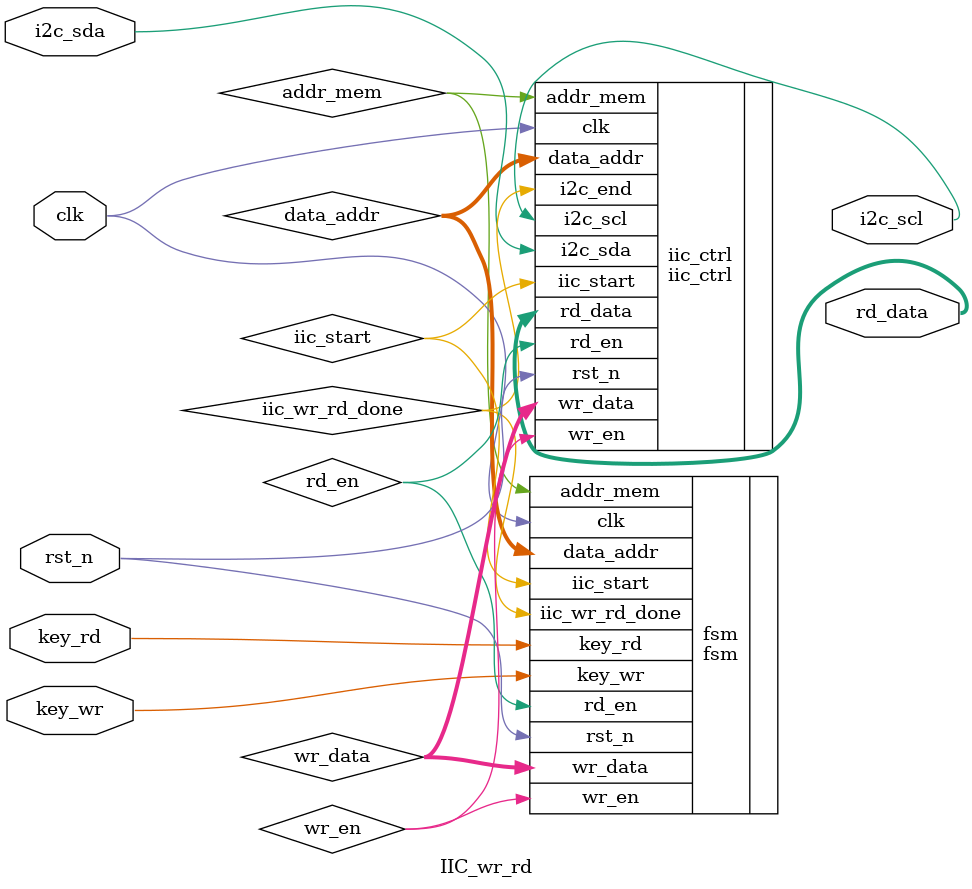
<source format=v>
module IIC_wr_rd(
    input wire clk,
    input wire rst_n,
    input wire key_wr,
    input wire key_rd,

	inout wire i2c_sda,
    output wire [7:0] rd_data,   //输出i2c设备读取数据
    output wire i2c_scl
);

wire wr_en;
wire rd_en;
wire iic_start;
wire addr_mem;////////接受寄存器位置是8位还是16位
wire [15:0] data_addr;
wire [7:0] wr_data;
wire iic_wr_rd_done;

fsm fsm(
.clk(clk),
.rst_n(rst_n),
.key_wr(key_wr),
.key_rd(key_rd),
.iic_wr_rd_done(iic_wr_rd_done),

.wr_en(wr_en),
.rd_en(rd_en),
.iic_start(iic_start),
.addr_mem(addr_mem),////////接受寄存器位置是8位还是16位
.data_addr(data_addr),
.wr_data(wr_data)  
);

iic_ctrl iic_ctrl(
.clk(clk),
.rst_n(rst_n),
.wr_en(wr_en),
.rd_en(rd_en),
.iic_start(iic_start),
.addr_mem(addr_mem),////////接受寄存器位置是8位还是16位
.data_addr(data_addr),
.wr_data(wr_data),

.i2c_sda(i2c_sda),
.rd_data(rd_data),   //输出i2c设备读取数据
.i2c_end(iic_wr_rd_done),   //i2c一次读/写操作完成
.i2c_scl(i2c_scl)
);

endmodule
</source>
